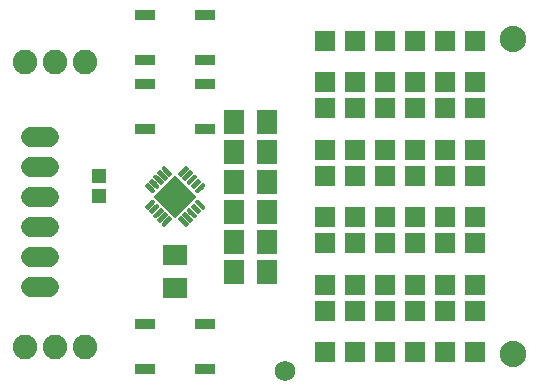
<source format=gts>
G75*
G70*
%OFA0B0*%
%FSLAX24Y24*%
%IPPOS*%
%LPD*%
%AMOC8*
5,1,8,0,0,1.08239X$1,22.5*
%
%ADD10C,0.0880*%
%ADD11C,0.0128*%
%ADD12R,0.1000X0.1000*%
%ADD13R,0.0474X0.0513*%
%ADD14R,0.0671X0.0671*%
%ADD15C,0.0680*%
%ADD16R,0.0710X0.0789*%
%ADD17R,0.0680X0.0380*%
%ADD18R,0.0789X0.0710*%
%ADD19C,0.0820*%
%ADD20C,0.0680*%
D10*
X019090Y001438D03*
X019090Y011938D03*
D11*
X008783Y007046D02*
X008596Y006859D01*
X008567Y006888D01*
X008754Y007075D01*
X008783Y007046D01*
X008723Y006986D02*
X008665Y006986D01*
X008644Y007185D02*
X008457Y006998D01*
X008428Y007027D01*
X008615Y007214D01*
X008644Y007185D01*
X008584Y007125D02*
X008526Y007125D01*
X008505Y007324D02*
X008318Y007137D01*
X008289Y007166D01*
X008476Y007353D01*
X008505Y007324D01*
X008445Y007264D02*
X008387Y007264D01*
X008366Y007463D02*
X008179Y007276D01*
X008150Y007305D01*
X008337Y007492D01*
X008366Y007463D01*
X008306Y007403D02*
X008248Y007403D01*
X008226Y007603D02*
X008039Y007416D01*
X008010Y007445D01*
X008197Y007632D01*
X008226Y007603D01*
X008166Y007543D02*
X008108Y007543D01*
X007670Y007445D02*
X007641Y007416D01*
X007454Y007603D01*
X007483Y007632D01*
X007670Y007445D01*
X007572Y007543D02*
X007514Y007543D01*
X007530Y007305D02*
X007501Y007276D01*
X007314Y007463D01*
X007343Y007492D01*
X007530Y007305D01*
X007432Y007403D02*
X007374Y007403D01*
X007391Y007166D02*
X007362Y007137D01*
X007175Y007324D01*
X007204Y007353D01*
X007391Y007166D01*
X007293Y007264D02*
X007235Y007264D01*
X007252Y007027D02*
X007223Y006998D01*
X007036Y007185D01*
X007065Y007214D01*
X007252Y007027D01*
X007154Y007125D02*
X007096Y007125D01*
X007113Y006888D02*
X007084Y006859D01*
X006897Y007046D01*
X006926Y007075D01*
X007113Y006888D01*
X007015Y006986D02*
X006957Y006986D01*
X007113Y006489D02*
X006926Y006302D01*
X006897Y006331D01*
X007084Y006518D01*
X007113Y006489D01*
X007053Y006429D02*
X006995Y006429D01*
X007252Y006350D02*
X007065Y006163D01*
X007036Y006192D01*
X007223Y006379D01*
X007252Y006350D01*
X007192Y006290D02*
X007134Y006290D01*
X007391Y006211D02*
X007204Y006024D01*
X007175Y006053D01*
X007362Y006240D01*
X007391Y006211D01*
X007331Y006151D02*
X007273Y006151D01*
X007530Y006071D02*
X007343Y005884D01*
X007314Y005913D01*
X007501Y006100D01*
X007530Y006071D01*
X007470Y006011D02*
X007412Y006011D01*
X007670Y005932D02*
X007483Y005745D01*
X007454Y005774D01*
X007641Y005961D01*
X007670Y005932D01*
X007610Y005872D02*
X007552Y005872D01*
X008197Y005745D02*
X008226Y005774D01*
X008197Y005745D02*
X008010Y005932D01*
X008039Y005961D01*
X008226Y005774D01*
X008128Y005872D02*
X008070Y005872D01*
X008337Y005884D02*
X008366Y005913D01*
X008337Y005884D02*
X008150Y006071D01*
X008179Y006100D01*
X008366Y005913D01*
X008268Y006011D02*
X008210Y006011D01*
X008476Y006024D02*
X008505Y006053D01*
X008476Y006024D02*
X008289Y006211D01*
X008318Y006240D01*
X008505Y006053D01*
X008407Y006151D02*
X008349Y006151D01*
X008615Y006163D02*
X008644Y006192D01*
X008615Y006163D02*
X008428Y006350D01*
X008457Y006379D01*
X008644Y006192D01*
X008546Y006290D02*
X008488Y006290D01*
X008754Y006302D02*
X008783Y006331D01*
X008754Y006302D02*
X008567Y006489D01*
X008596Y006518D01*
X008783Y006331D01*
X008685Y006429D02*
X008627Y006429D01*
D12*
G36*
X008547Y006688D02*
X007840Y005981D01*
X007133Y006688D01*
X007840Y007395D01*
X008547Y006688D01*
G37*
D13*
X005290Y006704D03*
X005290Y007373D03*
D14*
X012840Y007377D03*
X013840Y007377D03*
X014840Y007377D03*
X015840Y007377D03*
X016840Y007377D03*
X017840Y007377D03*
X017840Y008249D03*
X016840Y008249D03*
X015840Y008249D03*
X014840Y008249D03*
X013840Y008249D03*
X012840Y008249D03*
X012840Y009627D03*
X013840Y009627D03*
X014840Y009627D03*
X015840Y009627D03*
X016840Y009627D03*
X017840Y009627D03*
X017840Y010499D03*
X016840Y010499D03*
X015840Y010499D03*
X014840Y010499D03*
X013840Y010499D03*
X012840Y010499D03*
X012840Y011877D03*
X013840Y011877D03*
X014840Y011877D03*
X015840Y011877D03*
X016840Y011877D03*
X017840Y011877D03*
X017840Y005999D03*
X016840Y005999D03*
X015840Y005999D03*
X014840Y005999D03*
X013840Y005999D03*
X012840Y005999D03*
X012840Y005127D03*
X013840Y005127D03*
X014840Y005127D03*
X015840Y005127D03*
X016840Y005127D03*
X017840Y005127D03*
X017840Y003749D03*
X016840Y003749D03*
X015840Y003749D03*
X014840Y003749D03*
X013840Y003749D03*
X012840Y003749D03*
X012840Y002877D03*
X013840Y002877D03*
X014840Y002877D03*
X015840Y002877D03*
X016840Y002877D03*
X017840Y002877D03*
X017840Y001499D03*
X016840Y001499D03*
X015840Y001499D03*
X014840Y001499D03*
X013840Y001499D03*
X012840Y001499D03*
D15*
X003640Y003688D02*
X003040Y003688D01*
X003040Y004688D02*
X003640Y004688D01*
X003640Y005688D02*
X003040Y005688D01*
X003040Y006688D02*
X003640Y006688D01*
X003640Y007688D02*
X003040Y007688D01*
X003040Y008688D02*
X003640Y008688D01*
D16*
X009789Y008188D03*
X010891Y008188D03*
X010891Y009188D03*
X009789Y009188D03*
X009789Y007175D03*
X010891Y007175D03*
X010891Y006188D03*
X009789Y006188D03*
X009789Y005188D03*
X010891Y005188D03*
X010891Y004188D03*
X009789Y004188D03*
D17*
X008840Y002438D03*
X006840Y002438D03*
X006840Y000938D03*
X008840Y000938D03*
X008840Y008938D03*
X006840Y008938D03*
X006840Y010438D03*
X006840Y011238D03*
X008840Y011238D03*
X008840Y010438D03*
X008840Y012738D03*
X006840Y012738D03*
D18*
X007840Y004740D03*
X007840Y003637D03*
D19*
X002840Y001688D03*
X003840Y001688D03*
X004840Y001688D03*
X004840Y011188D03*
X003840Y011188D03*
X002840Y011188D03*
D20*
X011490Y000888D03*
M02*

</source>
